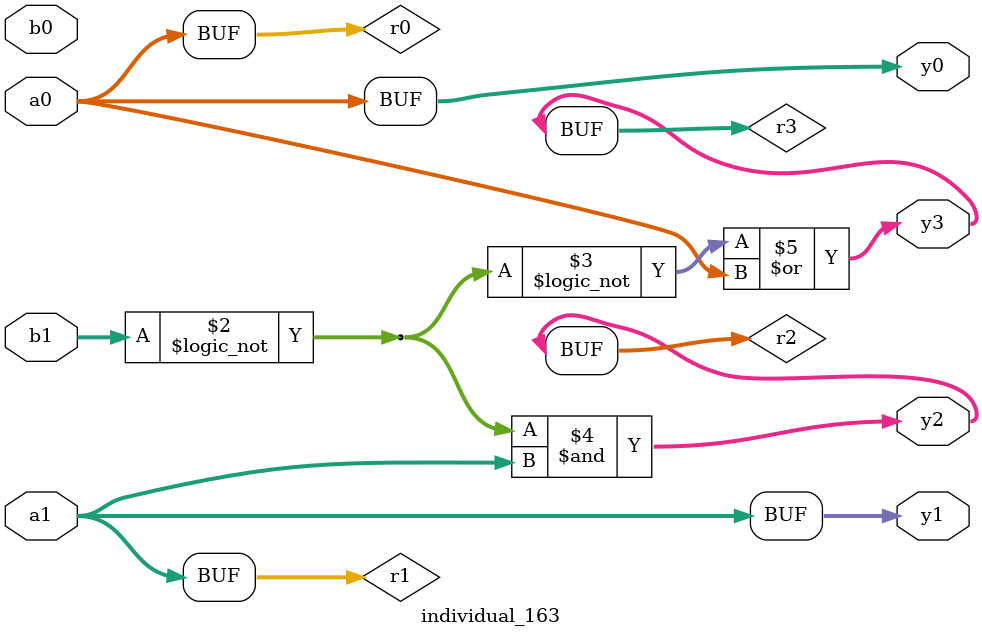
<source format=sv>
module individual_163(input logic [15:0] a1, input logic [15:0] a0, input logic [15:0] b1, input logic [15:0] b0, output logic [15:0] y3, output logic [15:0] y2, output logic [15:0] y1, output logic [15:0] y0);
logic [15:0] r0, r1, r2, r3; 
 always@(*) begin 
	 r0 = a0; r1 = a1; r2 = b0; r3 = b1; 
 	 r2 = ! b1 ;
 	 r3 = ! r2 ;
 	 r2  &=  a1 ;
 	 r3  |=  a0 ;
 	 y3 = r3; y2 = r2; y1 = r1; y0 = r0; 
end
endmodule
</source>
